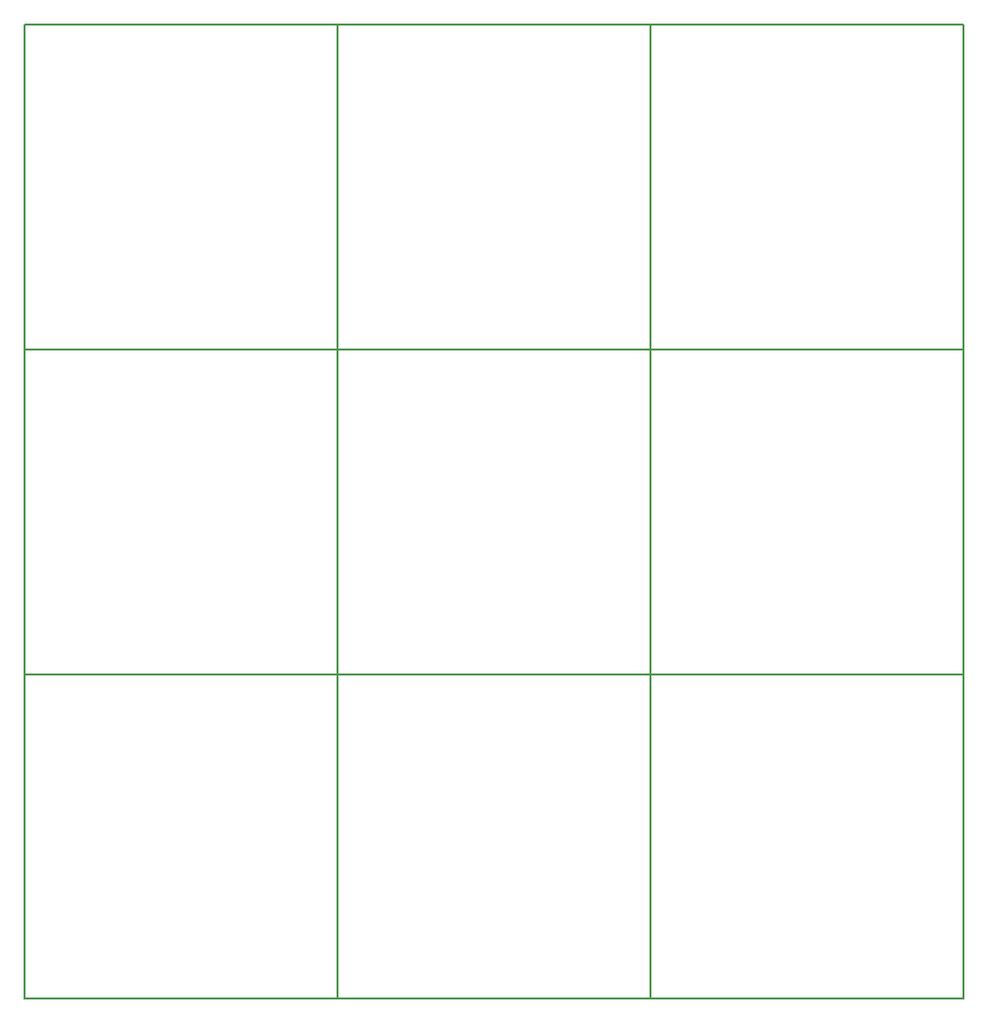
<source format=gbr>
G04 #@! TF.FileFunction,Profile,NP*
%FSLAX46Y46*%
G04 Gerber Fmt 4.6, Leading zero omitted, Abs format (unit mm)*
G04 Created by KiCad (PCBNEW 4.0.1-stable) date 2017/04/09 5:42:53*
%MOMM*%
G01*
G04 APERTURE LIST*
%ADD10C,0.100000*%
%ADD11C,0.150000*%
G04 APERTURE END LIST*
D10*
D11*
X104000000Y-69000000D02*
X131000000Y-69000000D01*
X131000000Y-69000000D02*
X158000000Y-69000000D01*
X158000000Y-69000000D02*
X185000000Y-69000000D01*
X185000000Y-69000000D02*
X158000000Y-69000000D01*
X185000000Y-41000000D02*
X185000000Y-69000000D01*
X158000000Y-41000000D02*
X185000000Y-41000000D01*
X131000000Y-41000000D02*
X158000000Y-41000000D01*
X131000000Y-69000000D02*
X131000000Y-41000000D01*
X158000000Y-41000000D02*
X158000000Y-69000000D01*
X158000000Y-69000000D02*
X131000000Y-69000000D01*
X131000000Y-69000000D02*
X104000000Y-69000000D01*
X131000000Y-41000000D02*
X131000000Y-69000000D01*
X104000000Y-69000000D02*
X104000000Y-41000000D01*
X104000000Y-41000000D02*
X131000000Y-41000000D01*
X104000000Y-69000000D02*
X131000000Y-69000000D01*
X104000000Y-97000000D02*
X104000000Y-69000000D01*
X131000000Y-69000000D02*
X131000000Y-97000000D01*
X131000000Y-97000000D02*
X104000000Y-97000000D01*
X158000000Y-97000000D02*
X131000000Y-97000000D01*
X158000000Y-69000000D02*
X158000000Y-97000000D01*
X131000000Y-97000000D02*
X131000000Y-69000000D01*
X131000000Y-69000000D02*
X158000000Y-69000000D01*
X158000000Y-69000000D02*
X185000000Y-69000000D01*
X185000000Y-69000000D02*
X185000000Y-97000000D01*
X185000000Y-97000000D02*
X158000000Y-97000000D01*
X185000000Y-125000000D02*
X158000000Y-125000000D01*
X185000000Y-97000000D02*
X185000000Y-125000000D01*
X158000000Y-97000000D02*
X185000000Y-97000000D01*
X131000000Y-97000000D02*
X158000000Y-97000000D01*
X131000000Y-125000000D02*
X131000000Y-97000000D01*
X158000000Y-97000000D02*
X158000000Y-125000000D01*
X158000000Y-125000000D02*
X131000000Y-125000000D01*
X131000000Y-125000000D02*
X104000000Y-125000000D01*
X131000000Y-97000000D02*
X131000000Y-125000000D01*
X104000000Y-125000000D02*
X104000000Y-97000000D01*
X104000000Y-97000000D02*
X131000000Y-97000000D01*
M02*

</source>
